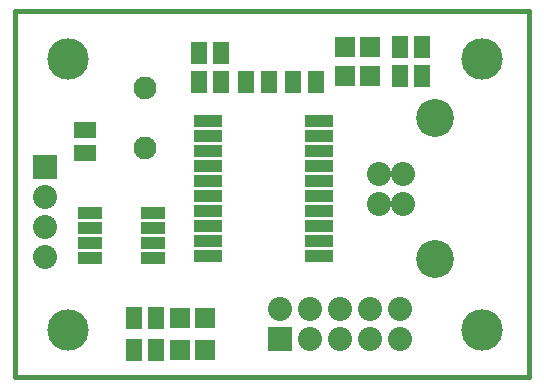
<source format=gts>
G04 (created by PCBNEW-RS274X (2011-dec-28)-stable) date Fri 20 Jan 2012 01:22:25 PM CET*
G01*
G70*
G90*
%MOIN*%
G04 Gerber Fmt 3.4, Leading zero omitted, Abs format*
%FSLAX34Y34*%
G04 APERTURE LIST*
%ADD10C,0.006000*%
%ADD11C,0.015000*%
%ADD12C,0.080000*%
%ADD13C,0.126300*%
%ADD14R,0.055000X0.075000*%
%ADD15R,0.075000X0.055000*%
%ADD16R,0.080000X0.080000*%
%ADD17R,0.067200X0.067200*%
%ADD18C,0.076000*%
%ADD19C,0.138100*%
%ADD20R,0.081000X0.043600*%
%ADD21R,0.096700X0.043600*%
G04 APERTURE END LIST*
G54D10*
G54D11*
X31299Y-29921D02*
X48425Y-29921D01*
X31299Y-42126D02*
X31299Y-29921D01*
X48425Y-42126D02*
X31299Y-42126D01*
X48425Y-29921D02*
X48425Y-42126D01*
G54D12*
X43426Y-35327D03*
X43426Y-36327D03*
X44213Y-36327D03*
X44213Y-35327D03*
G54D13*
X45276Y-33465D03*
X45276Y-38189D03*
G54D14*
X38170Y-32283D03*
X37420Y-32283D03*
X38995Y-32283D03*
X39745Y-32283D03*
X36004Y-40158D03*
X35254Y-40158D03*
X36003Y-41220D03*
X35253Y-41220D03*
X44113Y-32086D03*
X44863Y-32086D03*
X44113Y-31102D03*
X44863Y-31102D03*
X37420Y-31299D03*
X38170Y-31299D03*
G54D15*
X33622Y-34627D03*
X33622Y-33877D03*
G54D14*
X40570Y-32283D03*
X41320Y-32283D03*
G54D16*
X40126Y-40854D03*
G54D12*
X40126Y-39854D03*
X41126Y-40854D03*
X41126Y-39854D03*
X42126Y-40854D03*
X42126Y-39854D03*
X43126Y-40854D03*
X43126Y-39854D03*
X44126Y-40854D03*
X44126Y-39854D03*
G54D16*
X32283Y-35114D03*
G54D12*
X32283Y-36114D03*
X32283Y-37114D03*
X32283Y-38114D03*
G54D17*
X36791Y-40158D03*
X37617Y-40158D03*
X36790Y-41220D03*
X37616Y-41220D03*
X43130Y-32086D03*
X42304Y-32086D03*
X43130Y-31102D03*
X42304Y-31102D03*
G54D18*
X35630Y-32465D03*
X35630Y-34465D03*
G54D19*
X33071Y-31496D03*
X33071Y-40551D03*
X46850Y-40551D03*
X46850Y-31496D03*
G54D20*
X35905Y-38151D03*
X35905Y-37651D03*
X35905Y-37153D03*
X35905Y-36653D03*
X33781Y-36653D03*
X33781Y-37153D03*
X33781Y-37651D03*
X33781Y-38151D03*
G54D21*
X37717Y-33578D03*
X37717Y-34078D03*
X37717Y-34578D03*
X37717Y-35078D03*
X37717Y-35578D03*
X37717Y-36076D03*
X37717Y-36576D03*
X37717Y-37076D03*
X37717Y-37576D03*
X37717Y-38076D03*
X41417Y-38076D03*
X41417Y-37576D03*
X41417Y-37076D03*
X41417Y-36576D03*
X41417Y-36076D03*
X41417Y-35578D03*
X41417Y-35078D03*
X41417Y-34578D03*
X41417Y-34078D03*
X41417Y-33578D03*
M02*

</source>
